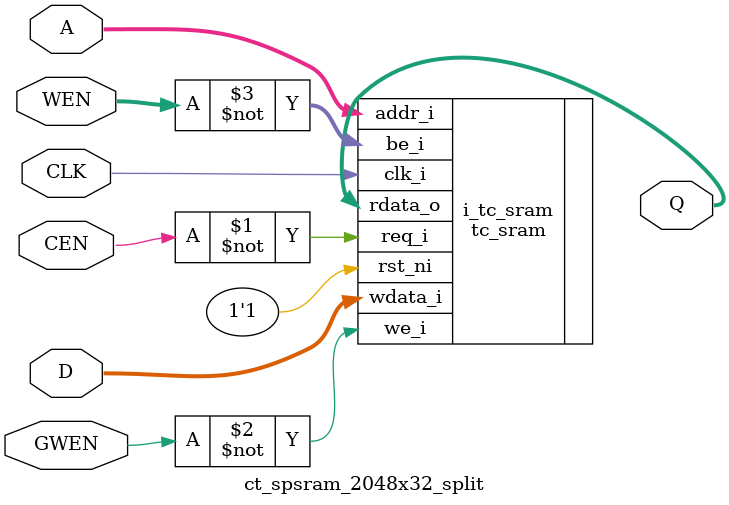
<source format=v>
/*Copyright 2019-2021 T-Head Semiconductor Co., Ltd.

Licensed under the Apache License, Version 2.0 (the "License");
you may not use this file except in compliance with the License.
You may obtain a copy of the License at

    http://www.apache.org/licenses/LICENSE-2.0

Unless required by applicable law or agreed to in writing, software
distributed under the License is distributed on an "AS IS" BASIS,
WITHOUT WARRANTIES OR CONDITIONS OF ANY KIND, either express or implied.
See the License for the specific language governing permissions and
limitations under the License.
*/

// &ModuleBeg; @22
module ct_spsram_2048x32_split(
  A,
  CEN,
  CLK,
  D,
  GWEN,
  Q,
  WEN
);

// &Ports; @23
input   [10:0]  A;   
input           CEN; 
input           CLK; 
input   [31:0]  D;   
input           GWEN; 
input   [31:0]  WEN; 
output  [31:0]  Q;   

// &Regs; @24

// &Wires; @25
wire    [10:0]  A;   
wire            CEN; 
wire            CLK; 
wire    [31:0]  D;   
wire            GWEN; 
wire    [31:0]  Q;   
wire    [31:0]  WEN; 


//**********************************************************
//                  Parameter Definition
//**********************************************************
parameter ADDR_WIDTH = 11;
parameter DATA_WIDTH = 32;
parameter WE_WIDTH   = 32;

// &Force("bus","Q",DATA_WIDTH-1,0); @34
// &Force("bus","WEN",WE_WIDTH-1,0); @35
// &Force("bus","A",ADDR_WIDTH-1,0); @36
// &Force("bus","D",DATA_WIDTH-1,0); @37

  //********************************************************
  //*                        FPGA memory                   *
  //********************************************************
  //{WEN[31:24],WEN[23:16],WEN[15:8],WEN[7:0]}
//   &Instance("ct_f_spsram_2048x32"); @44
tc_sram #(
  .NumWords   ( 1<<ADDR_WIDTH         ),
  .DataWidth  ( DATA_WIDTH            ),
  .ByteWidth  ( DATA_WIDTH/DATA_WIDTH ),
  .NumPorts   ( 32'd1 ),
  .Latency    ( 32'd1 ),
  .SimInit    ( "none"),
  .PrintSimCfg( 0     )
) i_tc_sram (
    .clk_i    ( CLK   ),
    .rst_ni   ( 1'b1  ),
    .req_i    ( ~CEN  ),
    .we_i     ( ~GWEN ),
    .be_i     ( ~WEN  ),
    .wdata_i  ( D     ),
    .addr_i   ( A     ),
    .rdata_o  ( Q     )
);

//   &Instance("ct_tsmc_spsram_2048x32_split"); @50

// &ModuleEnd; @66
endmodule



</source>
